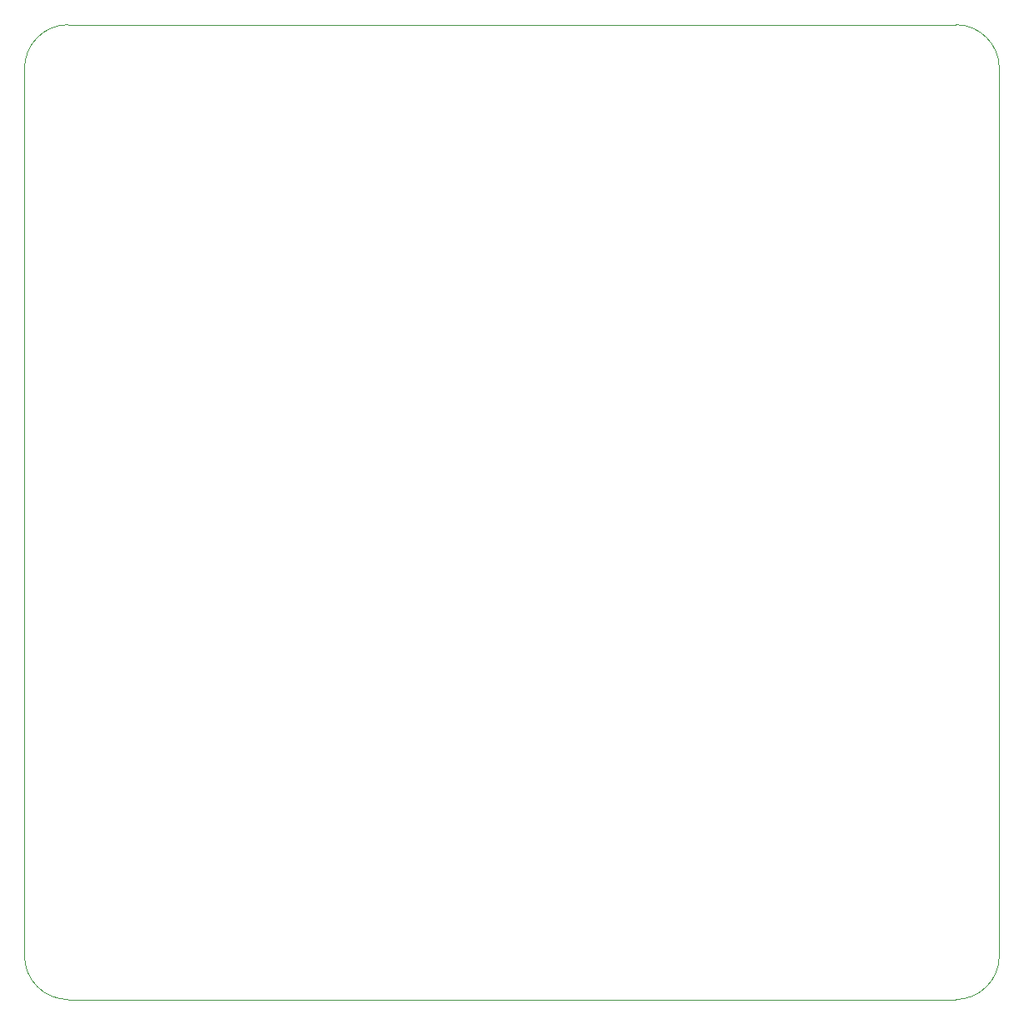
<source format=gm1>
G04*
G04 #@! TF.GenerationSoftware,Altium Limited,Altium Designer,19.1.8 (144)*
G04*
G04 Layer_Color=16711935*
%FSLAX25Y25*%
%MOIN*%
G70*
G01*
G75*
%ADD37C,0.00100*%
D37*
X117500Y490000D02*
G03*
X100000Y472500I0J-17500D01*
G01*
X490000D02*
G03*
X472500Y490000I-17500J0D01*
G01*
Y100000D02*
G03*
X490000Y117500I0J17500D01*
G01*
X100000D02*
G03*
X117500Y100000I17500J0D01*
G01*
X100000Y117500D02*
Y472500D01*
X117500Y490000D02*
X472500D01*
X490000Y117500D02*
Y472500D01*
X117500Y100000D02*
X472500D01*
M02*

</source>
